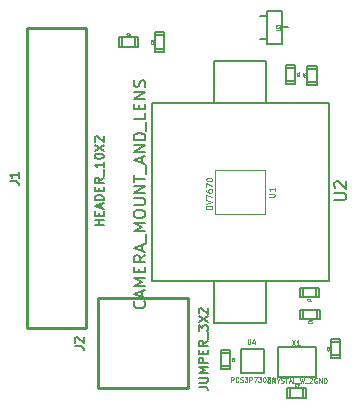
<source format=gto>
G04 (created by PCBNEW (2013-08-24 BZR 4298)-stable) date Thu 09 Jan 2014 09:40:54 PM PST*
%MOIN*%
G04 Gerber Fmt 3.4, Leading zero omitted, Abs format*
%FSLAX34Y34*%
G01*
G70*
G90*
G04 APERTURE LIST*
%ADD10C,0.005906*%
%ADD11C,0.005000*%
%ADD12C,0.010000*%
%ADD13C,0.002000*%
%ADD14C,0.006700*%
%ADD15C,0.001600*%
%ADD16C,0.007500*%
%ADD17C,0.002400*%
%ADD18C,0.003900*%
%ADD19C,0.003937*%
G04 APERTURE END LIST*
G54D10*
G54D11*
X57976Y-47284D02*
X57976Y-47604D01*
X58416Y-47594D02*
X58416Y-47284D01*
X58516Y-47604D02*
X57876Y-47604D01*
X57876Y-47604D02*
X57876Y-47284D01*
X57876Y-47284D02*
X58516Y-47284D01*
X58516Y-47284D02*
X58516Y-47604D01*
X53368Y-38878D02*
X53048Y-38878D01*
X53058Y-39318D02*
X53368Y-39318D01*
X53048Y-39418D02*
X53048Y-38778D01*
X53048Y-38778D02*
X53368Y-38778D01*
X53368Y-38778D02*
X53368Y-39418D01*
X53368Y-39418D02*
X53048Y-39418D01*
X58004Y-48013D02*
X58004Y-48333D01*
X58444Y-48323D02*
X58444Y-48013D01*
X58544Y-48333D02*
X57904Y-48333D01*
X57904Y-48333D02*
X57904Y-48013D01*
X57904Y-48013D02*
X58544Y-48013D01*
X58544Y-48013D02*
X58544Y-48333D01*
X52389Y-39250D02*
X52389Y-38930D01*
X51949Y-38940D02*
X51949Y-39250D01*
X51849Y-38930D02*
X52489Y-38930D01*
X52489Y-38930D02*
X52489Y-39250D01*
X52489Y-39250D02*
X51849Y-39250D01*
X51849Y-39250D02*
X51849Y-38930D01*
X58459Y-39980D02*
X58139Y-39980D01*
X58149Y-40420D02*
X58459Y-40420D01*
X58139Y-40520D02*
X58139Y-39880D01*
X58139Y-39880D02*
X58459Y-39880D01*
X58459Y-39880D02*
X58459Y-40520D01*
X58459Y-40520D02*
X58139Y-40520D01*
G54D12*
X50767Y-48622D02*
X48799Y-48622D01*
X50767Y-48622D02*
X50767Y-38622D01*
X48799Y-48622D02*
X48799Y-38622D01*
X48799Y-38622D02*
X50767Y-38622D01*
G54D11*
X57410Y-40389D02*
X57730Y-40389D01*
X57720Y-39949D02*
X57410Y-39949D01*
X57730Y-39849D02*
X57730Y-40489D01*
X57730Y-40489D02*
X57410Y-40489D01*
X57410Y-40489D02*
X57410Y-39849D01*
X57410Y-39849D02*
X57730Y-39849D01*
G54D10*
X56771Y-41141D02*
X56771Y-39724D01*
X56771Y-39724D02*
X55039Y-39724D01*
X55039Y-39724D02*
X55039Y-41141D01*
X56771Y-47047D02*
X56771Y-48464D01*
X56771Y-48464D02*
X55039Y-48464D01*
X55039Y-48464D02*
X55039Y-47047D01*
X58858Y-41141D02*
X52952Y-41141D01*
X52952Y-41141D02*
X52952Y-47047D01*
X52952Y-47047D02*
X58858Y-47047D01*
X58858Y-47047D02*
X58858Y-41141D01*
G54D11*
X57286Y-38610D02*
X57506Y-38610D01*
X56776Y-38983D02*
X56556Y-38983D01*
X56776Y-38237D02*
X56556Y-38237D01*
X57286Y-38049D02*
X57286Y-39171D01*
X57286Y-39171D02*
X56776Y-39171D01*
X56776Y-39171D02*
X56776Y-38049D01*
X56776Y-38049D02*
X57286Y-38049D01*
G54D13*
X56739Y-43349D02*
X56739Y-44839D01*
X56739Y-44839D02*
X55071Y-44839D01*
X55071Y-44839D02*
X55071Y-43349D01*
X55071Y-43349D02*
X56739Y-43349D01*
G54D14*
X57165Y-49261D02*
X58425Y-49261D01*
X58425Y-49261D02*
X58425Y-50246D01*
X58425Y-50246D02*
X57165Y-50246D01*
X57165Y-50246D02*
X57165Y-49261D01*
X55915Y-49330D02*
X56702Y-49330D01*
X56702Y-49330D02*
X56702Y-50118D01*
X56702Y-50118D02*
X55915Y-50118D01*
X55915Y-50118D02*
X55915Y-49330D01*
G54D11*
X55253Y-49895D02*
X55573Y-49895D01*
X55563Y-49455D02*
X55253Y-49455D01*
X55573Y-49355D02*
X55573Y-49995D01*
X55573Y-49995D02*
X55253Y-49995D01*
X55253Y-49995D02*
X55253Y-49355D01*
X55253Y-49355D02*
X55573Y-49355D01*
X59234Y-49100D02*
X58914Y-49100D01*
X58924Y-49540D02*
X59234Y-49540D01*
X58914Y-49640D02*
X58914Y-49000D01*
X58914Y-49000D02*
X59234Y-49000D01*
X59234Y-49000D02*
X59234Y-49640D01*
X59234Y-49640D02*
X58914Y-49640D01*
X58005Y-50947D02*
X58005Y-50627D01*
X57565Y-50637D02*
X57565Y-50947D01*
X57465Y-50627D02*
X58105Y-50627D01*
X58105Y-50627D02*
X58105Y-50947D01*
X58105Y-50947D02*
X57465Y-50947D01*
X57465Y-50947D02*
X57465Y-50627D01*
G54D12*
X54147Y-50624D02*
X54147Y-47624D01*
X54147Y-50624D02*
X51147Y-50624D01*
X51147Y-50624D02*
X51147Y-47624D01*
X51147Y-47624D02*
X54147Y-47624D01*
G54D15*
X58183Y-47723D02*
X58179Y-47726D01*
X58168Y-47730D01*
X58161Y-47730D01*
X58149Y-47726D01*
X58142Y-47719D01*
X58138Y-47711D01*
X58134Y-47696D01*
X58134Y-47685D01*
X58138Y-47670D01*
X58142Y-47662D01*
X58149Y-47655D01*
X58161Y-47651D01*
X58168Y-47651D01*
X58179Y-47655D01*
X58183Y-47659D01*
X58258Y-47730D02*
X58213Y-47730D01*
X58236Y-47730D02*
X58236Y-47651D01*
X58228Y-47662D01*
X58221Y-47670D01*
X58213Y-47674D01*
X52986Y-39111D02*
X52990Y-39115D01*
X52994Y-39126D01*
X52994Y-39134D01*
X52990Y-39145D01*
X52983Y-39152D01*
X52975Y-39156D01*
X52960Y-39160D01*
X52949Y-39160D01*
X52934Y-39156D01*
X52926Y-39152D01*
X52919Y-39145D01*
X52915Y-39134D01*
X52915Y-39126D01*
X52919Y-39115D01*
X52922Y-39111D01*
X52922Y-39081D02*
X52919Y-39077D01*
X52915Y-39070D01*
X52915Y-39051D01*
X52919Y-39043D01*
X52922Y-39040D01*
X52930Y-39036D01*
X52937Y-39036D01*
X52949Y-39040D01*
X52994Y-39085D01*
X52994Y-39036D01*
X58211Y-48451D02*
X58207Y-48455D01*
X58196Y-48458D01*
X58188Y-48458D01*
X58177Y-48455D01*
X58169Y-48447D01*
X58166Y-48440D01*
X58162Y-48425D01*
X58162Y-48413D01*
X58166Y-48398D01*
X58169Y-48391D01*
X58177Y-48383D01*
X58188Y-48379D01*
X58196Y-48379D01*
X58207Y-48383D01*
X58211Y-48387D01*
X58237Y-48379D02*
X58286Y-48379D01*
X58260Y-48410D01*
X58271Y-48410D01*
X58278Y-48413D01*
X58282Y-48417D01*
X58286Y-48425D01*
X58286Y-48443D01*
X58282Y-48451D01*
X58278Y-48455D01*
X58271Y-48458D01*
X58248Y-48458D01*
X58241Y-48455D01*
X58237Y-48451D01*
X52156Y-38868D02*
X52152Y-38872D01*
X52141Y-38876D01*
X52133Y-38876D01*
X52122Y-38872D01*
X52114Y-38865D01*
X52110Y-38857D01*
X52107Y-38842D01*
X52107Y-38831D01*
X52110Y-38816D01*
X52114Y-38808D01*
X52122Y-38801D01*
X52133Y-38797D01*
X52141Y-38797D01*
X52152Y-38801D01*
X52156Y-38804D01*
X52223Y-38823D02*
X52223Y-38876D01*
X52205Y-38793D02*
X52186Y-38849D01*
X52235Y-38849D01*
X58077Y-40213D02*
X58081Y-40217D01*
X58084Y-40229D01*
X58084Y-40236D01*
X58081Y-40247D01*
X58073Y-40255D01*
X58066Y-40259D01*
X58051Y-40262D01*
X58039Y-40262D01*
X58024Y-40259D01*
X58017Y-40255D01*
X58009Y-40247D01*
X58005Y-40236D01*
X58005Y-40229D01*
X58009Y-40217D01*
X58013Y-40213D01*
X58005Y-40142D02*
X58005Y-40180D01*
X58043Y-40183D01*
X58039Y-40180D01*
X58036Y-40172D01*
X58036Y-40153D01*
X58039Y-40146D01*
X58043Y-40142D01*
X58051Y-40138D01*
X58069Y-40138D01*
X58077Y-40142D01*
X58081Y-40146D01*
X58084Y-40153D01*
X58084Y-40172D01*
X58081Y-40180D01*
X58077Y-40183D01*
G54D16*
X48211Y-43741D02*
X48425Y-43741D01*
X48468Y-43756D01*
X48497Y-43784D01*
X48511Y-43827D01*
X48511Y-43856D01*
X48511Y-43441D02*
X48511Y-43613D01*
X48511Y-43527D02*
X48211Y-43527D01*
X48254Y-43556D01*
X48283Y-43584D01*
X48297Y-43613D01*
X51346Y-45201D02*
X51046Y-45201D01*
X51189Y-45201D02*
X51189Y-45030D01*
X51346Y-45030D02*
X51046Y-45030D01*
X51189Y-44887D02*
X51189Y-44787D01*
X51346Y-44744D02*
X51346Y-44887D01*
X51046Y-44887D01*
X51046Y-44744D01*
X51260Y-44630D02*
X51260Y-44487D01*
X51346Y-44658D02*
X51046Y-44558D01*
X51346Y-44458D01*
X51346Y-44358D02*
X51046Y-44358D01*
X51046Y-44287D01*
X51060Y-44244D01*
X51089Y-44216D01*
X51117Y-44201D01*
X51174Y-44187D01*
X51217Y-44187D01*
X51274Y-44201D01*
X51303Y-44216D01*
X51332Y-44244D01*
X51346Y-44287D01*
X51346Y-44358D01*
X51189Y-44058D02*
X51189Y-43958D01*
X51346Y-43916D02*
X51346Y-44058D01*
X51046Y-44058D01*
X51046Y-43916D01*
X51346Y-43616D02*
X51203Y-43716D01*
X51346Y-43787D02*
X51046Y-43787D01*
X51046Y-43673D01*
X51060Y-43644D01*
X51074Y-43630D01*
X51103Y-43616D01*
X51146Y-43616D01*
X51174Y-43630D01*
X51189Y-43644D01*
X51203Y-43673D01*
X51203Y-43787D01*
X51374Y-43558D02*
X51374Y-43330D01*
X51346Y-43101D02*
X51346Y-43273D01*
X51346Y-43187D02*
X51046Y-43187D01*
X51089Y-43216D01*
X51117Y-43244D01*
X51132Y-43273D01*
X51046Y-42916D02*
X51046Y-42887D01*
X51060Y-42858D01*
X51074Y-42844D01*
X51103Y-42830D01*
X51160Y-42816D01*
X51232Y-42816D01*
X51289Y-42830D01*
X51317Y-42844D01*
X51332Y-42858D01*
X51346Y-42887D01*
X51346Y-42916D01*
X51332Y-42944D01*
X51317Y-42958D01*
X51289Y-42973D01*
X51232Y-42987D01*
X51160Y-42987D01*
X51103Y-42973D01*
X51074Y-42958D01*
X51060Y-42944D01*
X51046Y-42916D01*
X51046Y-42716D02*
X51346Y-42516D01*
X51046Y-42516D02*
X51346Y-42716D01*
X51074Y-42416D02*
X51060Y-42401D01*
X51046Y-42373D01*
X51046Y-42301D01*
X51060Y-42273D01*
X51074Y-42258D01*
X51103Y-42244D01*
X51132Y-42244D01*
X51174Y-42258D01*
X51346Y-42430D01*
X51346Y-42244D01*
G54D15*
X57856Y-40182D02*
X57818Y-40208D01*
X57856Y-40227D02*
X57777Y-40227D01*
X57777Y-40197D01*
X57781Y-40189D01*
X57785Y-40186D01*
X57792Y-40182D01*
X57803Y-40182D01*
X57811Y-40186D01*
X57815Y-40189D01*
X57818Y-40197D01*
X57818Y-40227D01*
X57856Y-40107D02*
X57856Y-40152D01*
X57856Y-40129D02*
X57777Y-40129D01*
X57788Y-40137D01*
X57796Y-40144D01*
X57800Y-40152D01*
G54D10*
X59036Y-44355D02*
X59355Y-44355D01*
X59392Y-44336D01*
X59411Y-44317D01*
X59430Y-44280D01*
X59430Y-44205D01*
X59411Y-44167D01*
X59392Y-44148D01*
X59355Y-44130D01*
X59036Y-44130D01*
X59073Y-43961D02*
X59055Y-43942D01*
X59036Y-43905D01*
X59036Y-43811D01*
X59055Y-43773D01*
X59073Y-43755D01*
X59111Y-43736D01*
X59148Y-43736D01*
X59205Y-43755D01*
X59430Y-43980D01*
X59430Y-43736D01*
X52699Y-47735D02*
X52718Y-47754D01*
X52737Y-47810D01*
X52737Y-47847D01*
X52718Y-47904D01*
X52680Y-47941D01*
X52643Y-47960D01*
X52568Y-47979D01*
X52512Y-47979D01*
X52437Y-47960D01*
X52399Y-47941D01*
X52362Y-47904D01*
X52343Y-47847D01*
X52343Y-47810D01*
X52362Y-47754D01*
X52380Y-47735D01*
X52624Y-47585D02*
X52624Y-47397D01*
X52737Y-47622D02*
X52343Y-47491D01*
X52737Y-47360D01*
X52737Y-47229D02*
X52343Y-47229D01*
X52624Y-47097D01*
X52343Y-46966D01*
X52737Y-46966D01*
X52530Y-46779D02*
X52530Y-46647D01*
X52737Y-46591D02*
X52737Y-46779D01*
X52343Y-46779D01*
X52343Y-46591D01*
X52737Y-46197D02*
X52549Y-46329D01*
X52737Y-46422D02*
X52343Y-46422D01*
X52343Y-46272D01*
X52362Y-46235D01*
X52380Y-46216D01*
X52418Y-46197D01*
X52474Y-46197D01*
X52512Y-46216D01*
X52530Y-46235D01*
X52549Y-46272D01*
X52549Y-46422D01*
X52624Y-46047D02*
X52624Y-45860D01*
X52737Y-46085D02*
X52343Y-45954D01*
X52737Y-45823D01*
X52774Y-45785D02*
X52774Y-45485D01*
X52737Y-45391D02*
X52343Y-45391D01*
X52624Y-45260D01*
X52343Y-45129D01*
X52737Y-45129D01*
X52343Y-44866D02*
X52343Y-44791D01*
X52362Y-44754D01*
X52399Y-44716D01*
X52474Y-44698D01*
X52605Y-44698D01*
X52680Y-44716D01*
X52718Y-44754D01*
X52737Y-44791D01*
X52737Y-44866D01*
X52718Y-44904D01*
X52680Y-44941D01*
X52605Y-44960D01*
X52474Y-44960D01*
X52399Y-44941D01*
X52362Y-44904D01*
X52343Y-44866D01*
X52343Y-44529D02*
X52662Y-44529D01*
X52699Y-44510D01*
X52718Y-44491D01*
X52737Y-44454D01*
X52737Y-44379D01*
X52718Y-44341D01*
X52699Y-44323D01*
X52662Y-44304D01*
X52343Y-44304D01*
X52737Y-44116D02*
X52343Y-44116D01*
X52737Y-43892D01*
X52343Y-43892D01*
X52343Y-43760D02*
X52343Y-43535D01*
X52737Y-43648D02*
X52343Y-43648D01*
X52774Y-43498D02*
X52774Y-43198D01*
X52624Y-43123D02*
X52624Y-42935D01*
X52737Y-43160D02*
X52343Y-43029D01*
X52737Y-42898D01*
X52737Y-42767D02*
X52343Y-42767D01*
X52737Y-42542D01*
X52343Y-42542D01*
X52737Y-42354D02*
X52343Y-42354D01*
X52343Y-42260D01*
X52362Y-42204D01*
X52399Y-42167D01*
X52437Y-42148D01*
X52512Y-42129D01*
X52568Y-42129D01*
X52643Y-42148D01*
X52680Y-42167D01*
X52718Y-42204D01*
X52737Y-42260D01*
X52737Y-42354D01*
X52774Y-42054D02*
X52774Y-41754D01*
X52737Y-41473D02*
X52737Y-41661D01*
X52343Y-41661D01*
X52530Y-41342D02*
X52530Y-41211D01*
X52737Y-41154D02*
X52737Y-41342D01*
X52343Y-41342D01*
X52343Y-41154D01*
X52737Y-40986D02*
X52343Y-40986D01*
X52737Y-40761D01*
X52343Y-40761D01*
X52718Y-40592D02*
X52737Y-40536D01*
X52737Y-40442D01*
X52718Y-40404D01*
X52699Y-40386D01*
X52662Y-40367D01*
X52624Y-40367D01*
X52587Y-40386D01*
X52568Y-40404D01*
X52549Y-40442D01*
X52530Y-40517D01*
X52512Y-40554D01*
X52493Y-40573D01*
X52455Y-40592D01*
X52418Y-40592D01*
X52380Y-40573D01*
X52362Y-40554D01*
X52343Y-40517D01*
X52343Y-40423D01*
X52362Y-40367D01*
G54D17*
X57096Y-38700D02*
X57192Y-38700D01*
X57203Y-38694D01*
X57209Y-38688D01*
X57214Y-38677D01*
X57214Y-38655D01*
X57209Y-38643D01*
X57203Y-38638D01*
X57192Y-38632D01*
X57096Y-38632D01*
X57096Y-38587D02*
X57096Y-38514D01*
X57141Y-38554D01*
X57141Y-38537D01*
X57147Y-38525D01*
X57153Y-38520D01*
X57164Y-38514D01*
X57192Y-38514D01*
X57203Y-38520D01*
X57209Y-38525D01*
X57214Y-38537D01*
X57214Y-38570D01*
X57209Y-38582D01*
X57203Y-38587D01*
G54D18*
X56850Y-44264D02*
X57010Y-44264D01*
X57029Y-44254D01*
X57038Y-44245D01*
X57047Y-44226D01*
X57047Y-44189D01*
X57038Y-44170D01*
X57029Y-44161D01*
X57010Y-44151D01*
X56850Y-44151D01*
X57047Y-43954D02*
X57047Y-44067D01*
X57047Y-44010D02*
X56850Y-44010D01*
X56878Y-44029D01*
X56897Y-44048D01*
X56907Y-44067D01*
X54764Y-44631D02*
X54764Y-44594D01*
X54773Y-44575D01*
X54792Y-44556D01*
X54829Y-44547D01*
X54895Y-44547D01*
X54933Y-44556D01*
X54951Y-44575D01*
X54961Y-44594D01*
X54961Y-44631D01*
X54951Y-44650D01*
X54933Y-44669D01*
X54895Y-44678D01*
X54829Y-44678D01*
X54792Y-44669D01*
X54773Y-44650D01*
X54764Y-44631D01*
X54764Y-44491D02*
X54961Y-44425D01*
X54764Y-44359D01*
X54764Y-44313D02*
X54764Y-44181D01*
X54961Y-44266D01*
X54764Y-44022D02*
X54764Y-44059D01*
X54773Y-44078D01*
X54782Y-44087D01*
X54811Y-44106D01*
X54848Y-44116D01*
X54923Y-44116D01*
X54942Y-44106D01*
X54951Y-44097D01*
X54961Y-44078D01*
X54961Y-44040D01*
X54951Y-44022D01*
X54942Y-44012D01*
X54923Y-44003D01*
X54876Y-44003D01*
X54857Y-44012D01*
X54848Y-44022D01*
X54839Y-44040D01*
X54839Y-44078D01*
X54848Y-44097D01*
X54857Y-44106D01*
X54876Y-44116D01*
X54764Y-43937D02*
X54764Y-43806D01*
X54961Y-43890D01*
X54764Y-43693D02*
X54764Y-43675D01*
X54773Y-43656D01*
X54782Y-43646D01*
X54801Y-43637D01*
X54839Y-43628D01*
X54886Y-43628D01*
X54923Y-43637D01*
X54942Y-43646D01*
X54951Y-43656D01*
X54961Y-43675D01*
X54961Y-43693D01*
X54951Y-43712D01*
X54942Y-43722D01*
X54923Y-43731D01*
X54886Y-43740D01*
X54839Y-43740D01*
X54801Y-43731D01*
X54782Y-43722D01*
X54773Y-43712D01*
X54764Y-43693D01*
G54D19*
X57628Y-49037D02*
X57733Y-49195D01*
X57733Y-49037D02*
X57628Y-49195D01*
X57875Y-49195D02*
X57785Y-49195D01*
X57830Y-49195D02*
X57830Y-49037D01*
X57815Y-49060D01*
X57800Y-49075D01*
X57785Y-49082D01*
X56906Y-50440D02*
X56899Y-50447D01*
X56876Y-50455D01*
X56861Y-50455D01*
X56839Y-50447D01*
X56824Y-50432D01*
X56816Y-50417D01*
X56809Y-50387D01*
X56809Y-50365D01*
X56816Y-50335D01*
X56824Y-50320D01*
X56839Y-50305D01*
X56861Y-50297D01*
X56876Y-50297D01*
X56899Y-50305D01*
X56906Y-50312D01*
X57064Y-50455D02*
X57011Y-50380D01*
X56974Y-50455D02*
X56974Y-50297D01*
X57034Y-50297D01*
X57049Y-50305D01*
X57056Y-50312D01*
X57064Y-50327D01*
X57064Y-50350D01*
X57056Y-50365D01*
X57049Y-50372D01*
X57034Y-50380D01*
X56974Y-50380D01*
X57161Y-50380D02*
X57161Y-50455D01*
X57109Y-50297D02*
X57161Y-50380D01*
X57214Y-50297D01*
X57259Y-50447D02*
X57281Y-50455D01*
X57319Y-50455D01*
X57334Y-50447D01*
X57341Y-50440D01*
X57349Y-50425D01*
X57349Y-50410D01*
X57341Y-50395D01*
X57334Y-50387D01*
X57319Y-50380D01*
X57289Y-50372D01*
X57274Y-50365D01*
X57266Y-50357D01*
X57259Y-50342D01*
X57259Y-50327D01*
X57266Y-50312D01*
X57274Y-50305D01*
X57289Y-50297D01*
X57326Y-50297D01*
X57349Y-50305D01*
X57394Y-50297D02*
X57484Y-50297D01*
X57439Y-50455D02*
X57439Y-50297D01*
X57529Y-50410D02*
X57604Y-50410D01*
X57514Y-50455D02*
X57566Y-50297D01*
X57619Y-50455D01*
X57746Y-50455D02*
X57671Y-50455D01*
X57671Y-50297D01*
X57761Y-50470D02*
X57881Y-50470D01*
X57904Y-50297D02*
X57941Y-50455D01*
X57971Y-50342D01*
X58001Y-50455D01*
X58038Y-50297D01*
X58061Y-50470D02*
X58181Y-50470D01*
X58211Y-50312D02*
X58218Y-50305D01*
X58233Y-50297D01*
X58271Y-50297D01*
X58286Y-50305D01*
X58293Y-50312D01*
X58301Y-50327D01*
X58301Y-50342D01*
X58293Y-50365D01*
X58203Y-50455D01*
X58301Y-50455D01*
X58451Y-50305D02*
X58436Y-50297D01*
X58413Y-50297D01*
X58391Y-50305D01*
X58376Y-50320D01*
X58368Y-50335D01*
X58361Y-50365D01*
X58361Y-50387D01*
X58368Y-50417D01*
X58376Y-50432D01*
X58391Y-50447D01*
X58413Y-50455D01*
X58428Y-50455D01*
X58451Y-50447D01*
X58458Y-50440D01*
X58458Y-50387D01*
X58428Y-50387D01*
X58526Y-50455D02*
X58526Y-50297D01*
X58616Y-50455D01*
X58616Y-50297D01*
X58691Y-50455D02*
X58691Y-50297D01*
X58728Y-50297D01*
X58751Y-50305D01*
X58766Y-50320D01*
X58773Y-50335D01*
X58781Y-50365D01*
X58781Y-50387D01*
X58773Y-50417D01*
X58766Y-50432D01*
X58751Y-50447D01*
X58728Y-50455D01*
X58691Y-50455D01*
X56149Y-49008D02*
X56149Y-49135D01*
X56157Y-49150D01*
X56164Y-49158D01*
X56179Y-49165D01*
X56209Y-49165D01*
X56224Y-49158D01*
X56232Y-49150D01*
X56239Y-49135D01*
X56239Y-49008D01*
X56382Y-49060D02*
X56382Y-49165D01*
X56344Y-49000D02*
X56307Y-49113D01*
X56404Y-49113D01*
X55592Y-50425D02*
X55592Y-50268D01*
X55652Y-50268D01*
X55667Y-50275D01*
X55675Y-50283D01*
X55682Y-50298D01*
X55682Y-50320D01*
X55675Y-50335D01*
X55667Y-50343D01*
X55652Y-50350D01*
X55592Y-50350D01*
X55840Y-50410D02*
X55832Y-50418D01*
X55810Y-50425D01*
X55795Y-50425D01*
X55772Y-50418D01*
X55757Y-50403D01*
X55750Y-50388D01*
X55742Y-50358D01*
X55742Y-50335D01*
X55750Y-50305D01*
X55757Y-50290D01*
X55772Y-50275D01*
X55795Y-50268D01*
X55810Y-50268D01*
X55832Y-50275D01*
X55840Y-50283D01*
X55900Y-50418D02*
X55922Y-50425D01*
X55960Y-50425D01*
X55975Y-50418D01*
X55982Y-50410D01*
X55990Y-50395D01*
X55990Y-50380D01*
X55982Y-50365D01*
X55975Y-50358D01*
X55960Y-50350D01*
X55930Y-50343D01*
X55915Y-50335D01*
X55907Y-50328D01*
X55900Y-50313D01*
X55900Y-50298D01*
X55907Y-50283D01*
X55915Y-50275D01*
X55930Y-50268D01*
X55967Y-50268D01*
X55990Y-50275D01*
X56042Y-50268D02*
X56140Y-50268D01*
X56087Y-50328D01*
X56110Y-50328D01*
X56125Y-50335D01*
X56132Y-50343D01*
X56140Y-50358D01*
X56140Y-50395D01*
X56132Y-50410D01*
X56125Y-50418D01*
X56110Y-50425D01*
X56065Y-50425D01*
X56050Y-50418D01*
X56042Y-50410D01*
X56207Y-50425D02*
X56207Y-50268D01*
X56267Y-50268D01*
X56282Y-50275D01*
X56290Y-50283D01*
X56297Y-50298D01*
X56297Y-50320D01*
X56290Y-50335D01*
X56282Y-50343D01*
X56267Y-50350D01*
X56207Y-50350D01*
X56350Y-50268D02*
X56455Y-50268D01*
X56387Y-50425D01*
X56500Y-50268D02*
X56597Y-50268D01*
X56545Y-50328D01*
X56567Y-50328D01*
X56582Y-50335D01*
X56590Y-50343D01*
X56597Y-50358D01*
X56597Y-50395D01*
X56590Y-50410D01*
X56582Y-50418D01*
X56567Y-50425D01*
X56522Y-50425D01*
X56507Y-50418D01*
X56500Y-50410D01*
X56695Y-50268D02*
X56710Y-50268D01*
X56725Y-50275D01*
X56732Y-50283D01*
X56740Y-50298D01*
X56747Y-50328D01*
X56747Y-50365D01*
X56740Y-50395D01*
X56732Y-50410D01*
X56725Y-50418D01*
X56710Y-50425D01*
X56695Y-50425D01*
X56680Y-50418D01*
X56672Y-50410D01*
X56665Y-50395D01*
X56657Y-50365D01*
X56657Y-50328D01*
X56665Y-50298D01*
X56672Y-50283D01*
X56680Y-50275D01*
X56695Y-50268D01*
X56800Y-50268D02*
X56897Y-50268D01*
X56845Y-50328D01*
X56867Y-50328D01*
X56882Y-50335D01*
X56890Y-50343D01*
X56897Y-50358D01*
X56897Y-50395D01*
X56890Y-50410D01*
X56882Y-50418D01*
X56867Y-50425D01*
X56822Y-50425D01*
X56807Y-50418D01*
X56800Y-50410D01*
X56957Y-50380D02*
X57032Y-50380D01*
X56942Y-50425D02*
X56995Y-50268D01*
X57047Y-50425D01*
G54D15*
X55691Y-49688D02*
X55695Y-49692D01*
X55699Y-49703D01*
X55699Y-49710D01*
X55695Y-49722D01*
X55687Y-49729D01*
X55680Y-49733D01*
X55665Y-49737D01*
X55653Y-49737D01*
X55638Y-49733D01*
X55631Y-49729D01*
X55623Y-49722D01*
X55620Y-49710D01*
X55620Y-49703D01*
X55623Y-49692D01*
X55627Y-49688D01*
X55653Y-49643D02*
X55650Y-49650D01*
X55646Y-49654D01*
X55638Y-49658D01*
X55635Y-49658D01*
X55627Y-49654D01*
X55623Y-49650D01*
X55620Y-49643D01*
X55620Y-49628D01*
X55623Y-49620D01*
X55627Y-49616D01*
X55635Y-49613D01*
X55638Y-49613D01*
X55646Y-49616D01*
X55650Y-49620D01*
X55653Y-49628D01*
X55653Y-49643D01*
X55657Y-49650D01*
X55661Y-49654D01*
X55669Y-49658D01*
X55684Y-49658D01*
X55691Y-49654D01*
X55695Y-49650D01*
X55699Y-49643D01*
X55699Y-49628D01*
X55695Y-49620D01*
X55691Y-49616D01*
X55684Y-49613D01*
X55669Y-49613D01*
X55661Y-49616D01*
X55657Y-49620D01*
X55653Y-49628D01*
X58853Y-49334D02*
X58856Y-49337D01*
X58860Y-49349D01*
X58860Y-49356D01*
X58856Y-49367D01*
X58849Y-49375D01*
X58841Y-49379D01*
X58826Y-49382D01*
X58815Y-49382D01*
X58800Y-49379D01*
X58792Y-49375D01*
X58785Y-49367D01*
X58781Y-49356D01*
X58781Y-49349D01*
X58785Y-49337D01*
X58789Y-49334D01*
X58781Y-49266D02*
X58781Y-49281D01*
X58785Y-49288D01*
X58789Y-49292D01*
X58800Y-49300D01*
X58815Y-49303D01*
X58845Y-49303D01*
X58853Y-49300D01*
X58856Y-49296D01*
X58860Y-49288D01*
X58860Y-49273D01*
X58856Y-49266D01*
X58853Y-49262D01*
X58845Y-49258D01*
X58826Y-49258D01*
X58819Y-49262D01*
X58815Y-49266D01*
X58811Y-49273D01*
X58811Y-49288D01*
X58815Y-49296D01*
X58819Y-49300D01*
X58826Y-49303D01*
X57772Y-50565D02*
X57768Y-50569D01*
X57757Y-50573D01*
X57749Y-50573D01*
X57738Y-50569D01*
X57730Y-50561D01*
X57727Y-50554D01*
X57723Y-50539D01*
X57723Y-50527D01*
X57727Y-50512D01*
X57730Y-50505D01*
X57738Y-50497D01*
X57749Y-50494D01*
X57757Y-50494D01*
X57768Y-50497D01*
X57772Y-50501D01*
X57798Y-50494D02*
X57851Y-50494D01*
X57817Y-50573D01*
G54D16*
X50377Y-49243D02*
X50591Y-49243D01*
X50634Y-49257D01*
X50662Y-49286D01*
X50677Y-49329D01*
X50677Y-49357D01*
X50405Y-49115D02*
X50391Y-49100D01*
X50377Y-49072D01*
X50377Y-49000D01*
X50391Y-48972D01*
X50405Y-48957D01*
X50434Y-48943D01*
X50462Y-48943D01*
X50505Y-48957D01*
X50677Y-49129D01*
X50677Y-48943D01*
X54510Y-50594D02*
X54725Y-50594D01*
X54768Y-50609D01*
X54796Y-50637D01*
X54810Y-50680D01*
X54810Y-50709D01*
X54510Y-50452D02*
X54753Y-50452D01*
X54782Y-50437D01*
X54796Y-50423D01*
X54810Y-50394D01*
X54810Y-50337D01*
X54796Y-50309D01*
X54782Y-50294D01*
X54753Y-50280D01*
X54510Y-50280D01*
X54810Y-50137D02*
X54510Y-50137D01*
X54725Y-50037D01*
X54510Y-49937D01*
X54810Y-49937D01*
X54810Y-49794D02*
X54510Y-49794D01*
X54510Y-49680D01*
X54525Y-49652D01*
X54539Y-49637D01*
X54568Y-49623D01*
X54610Y-49623D01*
X54639Y-49637D01*
X54653Y-49652D01*
X54668Y-49680D01*
X54668Y-49794D01*
X54653Y-49494D02*
X54653Y-49394D01*
X54810Y-49352D02*
X54810Y-49494D01*
X54510Y-49494D01*
X54510Y-49352D01*
X54810Y-49052D02*
X54668Y-49152D01*
X54810Y-49223D02*
X54510Y-49223D01*
X54510Y-49109D01*
X54525Y-49080D01*
X54539Y-49066D01*
X54568Y-49052D01*
X54610Y-49052D01*
X54639Y-49066D01*
X54653Y-49080D01*
X54668Y-49109D01*
X54668Y-49223D01*
X54839Y-48994D02*
X54839Y-48766D01*
X54510Y-48723D02*
X54510Y-48537D01*
X54625Y-48637D01*
X54625Y-48594D01*
X54639Y-48566D01*
X54653Y-48552D01*
X54682Y-48537D01*
X54753Y-48537D01*
X54782Y-48552D01*
X54796Y-48566D01*
X54810Y-48594D01*
X54810Y-48680D01*
X54796Y-48709D01*
X54782Y-48723D01*
X54510Y-48437D02*
X54810Y-48237D01*
X54510Y-48237D02*
X54810Y-48437D01*
X54539Y-48137D02*
X54525Y-48123D01*
X54510Y-48094D01*
X54510Y-48023D01*
X54525Y-47994D01*
X54539Y-47980D01*
X54568Y-47966D01*
X54596Y-47966D01*
X54639Y-47980D01*
X54810Y-48152D01*
X54810Y-47966D01*
M02*

</source>
